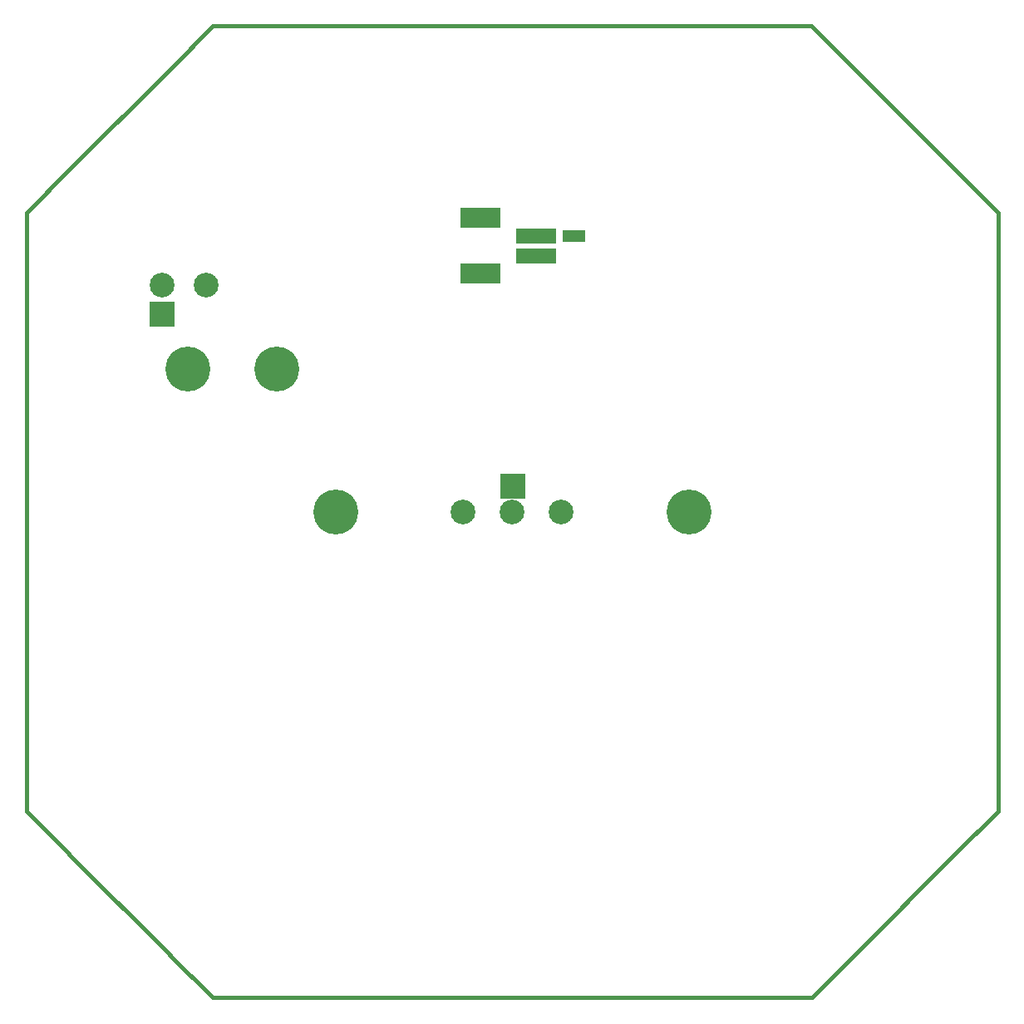
<source format=gbs>
G04 (created by PCBNEW (2013-june-11)-stable) date Sun 22 Dec 2013 01:43:27 AM CST*
%MOIN*%
G04 Gerber Fmt 3.4, Leading zero omitted, Abs format*
%FSLAX34Y34*%
G01*
G70*
G90*
G04 APERTURE LIST*
%ADD10C,0.00590551*%
%ADD11C,0.015*%
%ADD12R,0.16X0.06*%
%ADD13R,0.16X0.08*%
%ADD14C,0.18*%
%ADD15R,0.0476X0.0476*%
%ADD16C,0.0987*%
%ADD17R,0.0987X0.0987*%
G04 APERTURE END LIST*
G54D10*
G54D11*
X59122Y-27015D02*
X35114Y-27015D01*
X66607Y-58488D02*
X66607Y-34504D01*
X35114Y-65984D02*
X59142Y-65984D01*
X27638Y-58504D02*
X27638Y-34500D01*
X33390Y-64256D02*
X35110Y-65976D01*
X27643Y-58508D02*
X27642Y-58508D01*
X29351Y-60216D02*
X27643Y-58508D01*
X59142Y-65969D02*
X59142Y-65980D01*
X60851Y-64260D02*
X59142Y-65969D01*
X66607Y-58503D02*
X66607Y-58500D01*
X64890Y-60220D02*
X66607Y-58503D01*
X66603Y-34492D02*
X66603Y-34496D01*
X64886Y-32775D02*
X66603Y-34492D01*
X59126Y-27015D02*
X59126Y-27012D01*
X60843Y-28732D02*
X59126Y-27015D01*
X33402Y-28728D02*
X35118Y-27012D01*
X27638Y-34495D02*
X27638Y-34496D01*
X29358Y-32775D02*
X27638Y-34495D01*
X29355Y-32779D02*
X33402Y-28732D01*
X64890Y-32779D02*
X60843Y-28732D01*
X60843Y-64267D02*
X64890Y-60220D01*
X33402Y-64267D02*
X29358Y-60223D01*
G54D12*
X48086Y-35426D03*
X48086Y-36226D03*
G54D13*
X45866Y-36946D03*
X45866Y-34706D03*
G54D14*
X34134Y-40787D03*
X37677Y-40787D03*
X40039Y-46496D03*
X54212Y-46496D03*
G54D15*
X49823Y-35433D03*
X49389Y-35433D03*
G54D16*
X47126Y-46496D03*
X49095Y-46496D03*
X45158Y-46496D03*
X33070Y-37401D03*
X34842Y-37401D03*
G54D17*
X33070Y-38582D03*
X47136Y-45482D03*
M02*

</source>
